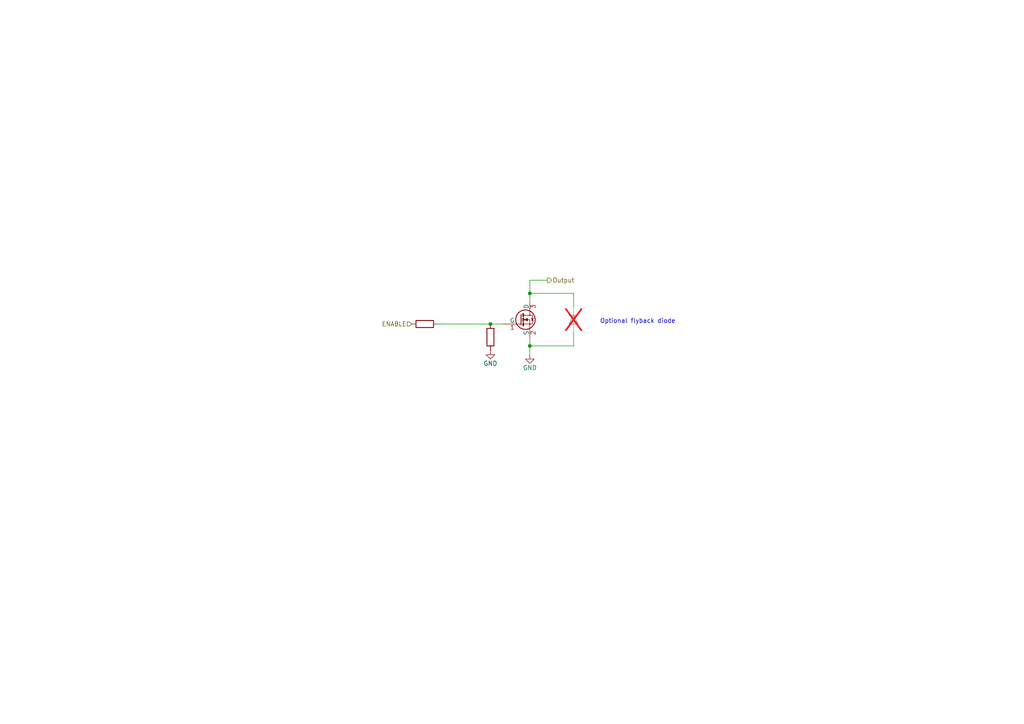
<source format=kicad_sch>
(kicad_sch (version 20250114) (generator "eeschema") (generator_version "9.0")
  (paper "A4")
  (lib_symbols
    (symbol "C-Sense_CAN_IO_MBUS_EXP_PCB-rescue:GND-power" (power) (pin_names (offset 0))
      (property "Value" "power_GND" (at 0 -3.81 0))
      (symbol "GND-power_0_1"
        (polyline (pts (xy 0 0) (xy 0 -1.27) (xy 1.27 -1.27) (xy 0 -2.54) (xy -1.27 -1.27) (xy 0 -1.27)))
      )
      (symbol "GND-power_1_1"
        (pin power_in line (at 0 0 270) (length 0) (hide yes) (name "GND") (number "1"))
      )
    )
    (symbol "Device:D" (pin_numbers (hide yes)) (pin_names (offset 1.016) (hide yes))
      (property "Reference" "D" (at 0 2.54 0))
      (property "Value" "D" (at 0 -2.54 0))
      (symbol "D_0_1"
        (polyline (pts (xy -1.27 1.27) (xy -1.27 -1.27)) (stroke (width 0.254)))
        (polyline (pts (xy 1.27 1.27) (xy 1.27 -1.27) (xy -1.27 0) (xy 1.27 1.27)) (stroke (width 0.254)))
        (polyline (pts (xy 1.27 0) (xy -1.27 0)))
      )
      (symbol "D_1_1"
        (pin passive line (at -3.81 0 0) (length 2.54) (name "K") (number "1"))
        (pin passive line (at 3.81 0 180) (length 2.54) (name "A") (number "2"))
      )
    )
    (symbol "Device:R" (pin_numbers (hide yes)) (pin_names (offset 0))
      (property "Reference" "R" (at 2.032 0 90))
      (property "Value" "R" (at 0 0 90))
      (symbol "R_0_1"
        (rectangle (start -1.016 -2.54) (end 1.016 2.54) (stroke (width 0.254)))
      )
      (symbol "R_1_1"
        (pin passive line (at 0 3.81 270) (length 1.27) (name "~") (number "1"))
        (pin passive line (at 0 -3.81 90) (length 1.27) (name "~") (number "2"))
      )
    )
    (symbol "I-Connect_diverse:BSN20" (pin_names (offset 0))
      (property "Reference" "Q" (at 5.08 1.905 0))
      (property "Value" "BSN20" (at 5.08 0 0))
      (symbol "BSN20_0_1"
        (polyline (pts (xy 0 1.524) (xy 0 -1.524) (xy 0 -1.524)) (stroke (width 0.254)))
        (polyline (pts (xy 0.635 1.651) (xy 0.635 1.016)) (stroke (width 0.508)))
        (polyline (pts (xy 0.635 0.381) (xy 0.635 -0.381)) (stroke (width 0.508)))
        (polyline (pts (xy 0.635 -1.016) (xy 0.635 -1.651)) (stroke (width 0.508)))
        (polyline (pts (xy 0.762 1.27) (xy 2.54 1.27) (xy 2.54 2.54) (xy 2.54 2.54)))
        (polyline (pts (xy 0.762 0) (xy 1.27 0) (xy 2.54 0) (xy 2.54 -1.27) (xy 2.54 -1.27)))
        (polyline (pts (xy 0.762 -1.27) (xy 2.54 -1.27) (xy 2.54 -2.54) (xy 2.54 -2.54)))
        (polyline (pts (xy 0.889 0) (xy 1.905 0.381) (xy 1.905 -0.381) (xy 0.889 0) (xy 1.016 0) (xy 1.016 0)) (fill (type outline)))
        (circle (center 1.27 0) (radius 2.8194) (stroke (width 0.254)))
        (polyline (pts (xy 2.54 1.27) (xy 3.302 1.27) (xy 3.302 -1.27) (xy 2.54 -1.27)))
        (circle (center 2.54 1.27) (radius 0.127))
        (circle (center 2.54 -1.27) (radius 0.127))
        (polyline (pts (xy 3.048 0.381) (xy 2.921 0.254)))
        (polyline (pts (xy 3.048 0.381) (xy 3.556 0.381)))
        (polyline (pts (xy 3.302 0.381) (xy 3.048 -0.254) (xy 3.556 -0.254) (xy 3.302 0.381)) (fill (type outline)))
        (polyline (pts (xy 3.556 0.381) (xy 3.683 0.508)))
      )
      (symbol "BSN20_1_1"
        (pin passive line (at -5.08 -1.27 0) (length 5.08) (name "G") (number "1"))
        (pin passive line (at 2.54 5.08 270) (length 2.54) (name "D") (number "3"))
        (pin passive line (at 2.54 -5.08 90) (length 2.54) (name "S") (number "2"))
      )
    )
  )
  (text "Optional flyback diode" (at 173.99 93.98 0) (effects (font (size 1.27 1.27)) (justify left bottom)))
  (junction (at 153.67 100.33))
  (junction (at 153.67 85.09))
  (junction (at 142.24 93.98))
  (wire (pts (xy 153.67 87.63) (xy 153.67 85.09)))
  (wire (pts (xy 166.37 96.52) (xy 166.37 100.33)))
  (wire (pts (xy 166.37 88.9) (xy 166.37 85.09)))
  (wire (pts (xy 153.67 97.79) (xy 153.67 100.33)))
  (wire (pts (xy 142.24 93.98) (xy 146.05 93.98)))
  (wire (pts (xy 153.67 81.28) (xy 158.75 81.28)))
  (wire (pts (xy 153.67 85.09) (xy 153.67 81.28)))
  (wire (pts (xy 127 93.98) (xy 142.24 93.98)))
  (wire (pts (xy 166.37 85.09) (xy 153.67 85.09)))
  (wire (pts (xy 166.37 100.33) (xy 153.67 100.33)))
  (wire (pts (xy 153.67 100.33) (xy 153.67 102.87)))
  (hierarchical_label "Output" (shape output) (at 158.75 81.28 0))
  (hierarchical_label "ENABLE" (shape input) (at 119.38 93.98 180))
  (symbol (lib_id "Device:D") (at 166.37 92.71 270) (unit 1) (dnp yes)
    (property "Reference" "D1609" (effects (hide yes)))
    (property "Value" "NP" (effects (hide yes)))
    (property "Footprint" "Diode_SMD:D_1210_3225Metric" (effects (hide yes)))
    (property "Digi-Key_PN" "Not placed" (effects (hide yes)))
    (property "Component comment" "Not placed" (effects (hide yes)))
    (property "MF" "Not placed" (effects (hide yes)))
    (property "MP" "Not placed" (effects (hide yes)))
    (property "pcb" "exp_v1" (effects (hide yes)))
    (property "Mount type" "Not placed" (effects (hide yes)))
    (instances (project "" (path "" (reference "D1") (unit 1)) (path "" (reference "D1609") (unit 1))))
  )
  (symbol (lib_id "Device:R") (at 123.19 93.98 270) (mirror x) (unit 1)
    (property "Reference" "R1617" (effects (hide yes)))
    (property "Value" "1K" (effects (hide yes)))
    (property "Footprint" "Resistor_SMD:R_0603_1608Metric" (effects (hide yes)))
    (property "Digi-Key_PN" "RMCF0603FT1K00CT-ND" (effects (hide yes)))
    (property "Component comment" "Can be replaced with other manufacturer component with same specs" (effects (hide yes)))
    (property "MF" "Stackpole Electronics Inc" (effects (hide yes)))
    (property "MP" "RMCF0603FT1K00" (effects (hide yes)))
    (property "pcb" "exp_v1" (effects (hide yes)))
    (instances (project "" (path "" (reference "R1") (unit 1)) (path "" (reference "R1617") (unit 1))))
  )
  (symbol (lib_id "Device:R") (at 142.24 97.79 0) (mirror y) (unit 1)
    (property "Reference" "R1618" (effects (hide yes)))
    (property "Value" "10K" (effects (hide yes)))
    (property "Footprint" "Resistor_SMD:R_0603_1608Metric" (effects (hide yes)))
    (property "Digi-Key_PN" "RMCF0603FT10K0CT-ND" (effects (hide yes)))
    (property "Component comment" "Can be replaced with other manufacturer component with same specs" (effects (hide yes)))
    (property "MF" "Stackpole Electronics Inc" (effects (hide yes)))
    (property "MP" "RMCF0603FT10K0" (effects (hide yes)))
    (property "pcb" "exp_v1" (effects (hide yes)))
    (instances (project "" (path "" (reference "R2") (unit 1)) (path "" (reference "R1618") (unit 1))))
  )
  (symbol (lib_id "I-Connect_diverse:BSN20") (at 151.13 92.71 0) (unit 1)
    (property "Reference" "Q1602" (effects (hide yes)))
    (property "Value" "BSN20" (effects (hide yes)))
    (property "Footprint" "I_Connect:SOT-23" (effects (hide yes)))
    (property "Digi-Key_PN" "BSN20-7DICT-ND" (effects (hide yes)))
    (property "MF" "Diodes Incorporated" (effects (hide yes)))
    (property "MP" "BSN20-7" (effects (hide yes)))
    (property "pcb" "exp_v1" (effects (hide yes)))
    (instances (project "" (path "" (reference "Q1") (unit 1)) (path "" (reference "Q1602") (unit 1))))
  )
  (symbol (lib_id "C-Sense_CAN_IO_MBUS_EXP_PCB-rescue:GND-power") (at 153.67 102.87 0) (unit 1)
    (property "Reference" "#PWR01610" (effects (hide yes)))
    (property "Value" "GND" (at 153.67 106.68 0))
    (instances (project "" (path "" (reference "#PWR0102") (unit 1)) (path "" (reference "#PWR01610") (unit 1))))
  )
  (symbol (lib_id "C-Sense_CAN_IO_MBUS_EXP_PCB-rescue:GND-power") (at 142.24 101.6 0) (unit 1)
    (property "Reference" "#PWR01609" (effects (hide yes)))
    (property "Value" "GND" (at 142.24 105.41 0))
    (instances (project "" (path "" (reference "#PWR0101") (unit 1)) (path "" (reference "#PWR01609") (unit 1))))
  )
)
</source>
